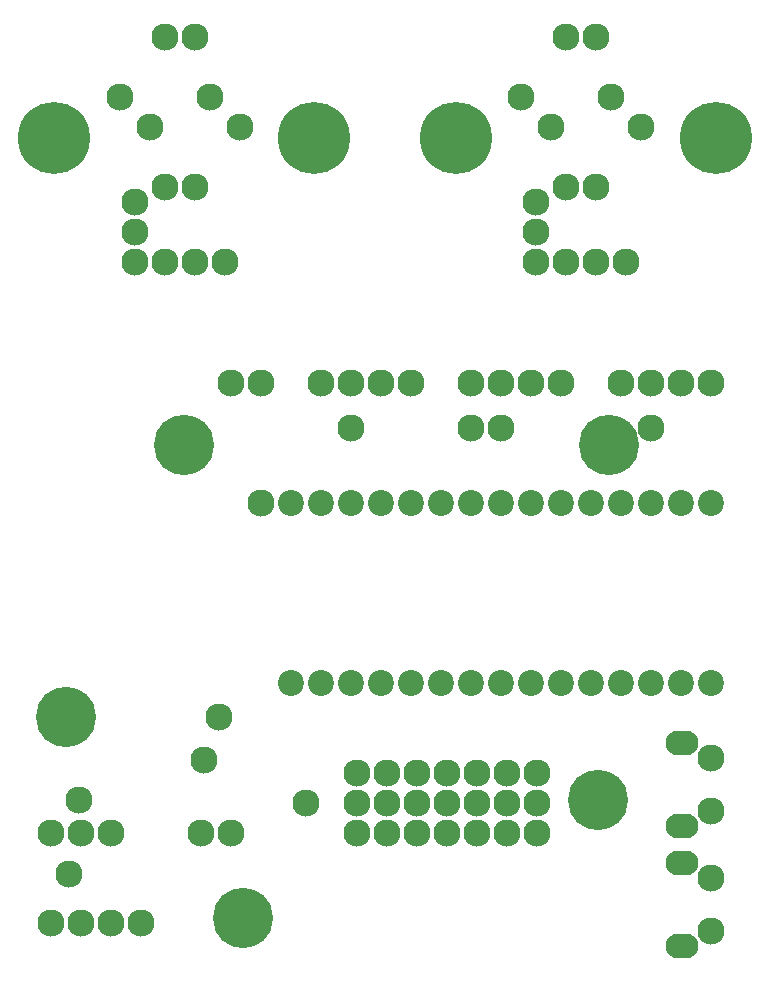
<source format=gbr>
%TF.GenerationSoftware,KiCad,Pcbnew,(5.1.6)-1*%
%TF.CreationDate,2022-09-23T08:04:56-05:00*%
%TF.ProjectId,combined,636f6d62-696e-4656-942e-6b696361645f,rev?*%
%TF.SameCoordinates,Original*%
%TF.FileFunction,Soldermask,Top*%
%TF.FilePolarity,Negative*%
%FSLAX46Y46*%
G04 Gerber Fmt 4.6, Leading zero omitted, Abs format (unit mm)*
G04 Created by KiCad (PCBNEW (5.1.6)-1) date 2022-09-23 08:04:56*
%MOMM*%
%LPD*%
G01*
G04 APERTURE LIST*
%ADD10C,2.300000*%
%ADD11C,2.200000*%
%ADD12C,2.100000*%
%ADD13C,6.100000*%
%ADD14C,5.100000*%
G04 APERTURE END LIST*
D10*
%TO.C,D2*%
X49890000Y66890000D03*
X47350000Y66890000D03*
%TD*%
%TO.C,R2*%
X51160000Y74510000D03*
X43540000Y74510000D03*
%TD*%
%TO.C,D1*%
X47350000Y79590000D03*
X49890000Y79590000D03*
%TD*%
%TO.C,J1*%
X52430000Y60540000D03*
X49890000Y60540000D03*
X47350000Y60540000D03*
X44810000Y60540000D03*
%TD*%
%TO.C,R1*%
X53700000Y71970000D03*
X46080000Y71970000D03*
%TD*%
%TO.C,C1*%
X44810000Y63080000D03*
X44810000Y65620000D03*
%TD*%
%TO.C,D1*%
X15890000Y79590000D03*
X13350000Y79590000D03*
%TD*%
%TO.C,C1*%
X10810000Y65620000D03*
X10810000Y63080000D03*
%TD*%
%TO.C,J1*%
X10810000Y60540000D03*
X13350000Y60540000D03*
X15890000Y60540000D03*
X18430000Y60540000D03*
%TD*%
%TO.C,D2*%
X13350000Y66890000D03*
X15890000Y66890000D03*
%TD*%
%TO.C,R2*%
X9540000Y74510000D03*
X17160000Y74510000D03*
%TD*%
%TO.C,R1*%
X12080000Y71970000D03*
X19700000Y71970000D03*
%TD*%
D11*
%TO.C,U1*%
X24070000Y40090000D03*
X26610000Y40090000D03*
X29150000Y40090000D03*
X31690000Y40090000D03*
X34230000Y40090000D03*
X36770000Y40090000D03*
X39310000Y40090000D03*
X41850000Y40090000D03*
X44390000Y40090000D03*
X46930000Y40090000D03*
X49470000Y40090000D03*
X52010000Y40090000D03*
X54550000Y40090000D03*
X57090000Y40090000D03*
X59630000Y40090000D03*
X59630000Y24850000D03*
X57090000Y24850000D03*
X54550000Y24850000D03*
X52010000Y24850000D03*
X49470000Y24850000D03*
X46930000Y24850000D03*
X44390000Y24850000D03*
X41850000Y24850000D03*
X39310000Y24850000D03*
X36770000Y24850000D03*
X34230000Y24850000D03*
X31690000Y24850000D03*
X29150000Y24850000D03*
X26610000Y24850000D03*
X24070000Y24850000D03*
%TD*%
D10*
%TO.C,J5*%
X29620000Y12150000D03*
X29620000Y14690000D03*
X29620000Y17230000D03*
%TD*%
%TO.C,J2*%
X34230000Y50250000D03*
X31690000Y50250000D03*
X29150000Y50250000D03*
X26610000Y50250000D03*
%TD*%
%TO.C,J14*%
X16450000Y12150000D03*
X18990000Y12150000D03*
%TD*%
%TO.C,J13*%
X11370000Y4530000D03*
X8830000Y4530000D03*
X6290000Y4530000D03*
X3750000Y4530000D03*
%TD*%
%TO.C,J12*%
X3750000Y12150000D03*
X6290000Y12150000D03*
X8830000Y12150000D03*
%TD*%
%TO.C,J9*%
X39780000Y12150000D03*
X39780000Y14690000D03*
X39780000Y17230000D03*
%TD*%
%TO.C,J1*%
X18990000Y50250000D03*
X21530000Y50250000D03*
%TD*%
D12*
%TO.C,SW1*%
X57440000Y2580000D03*
D10*
X59630000Y3840000D03*
X59630000Y8340000D03*
D12*
X57440000Y9590000D03*
X56840000Y2580000D03*
X56840000Y9590000D03*
%TD*%
D10*
%TO.C,J10*%
X42320000Y17230000D03*
X42320000Y14690000D03*
X42320000Y12150000D03*
%TD*%
D12*
%TO.C,SW2*%
X56840000Y19750000D03*
X56840000Y12740000D03*
X57440000Y19750000D03*
D10*
X59630000Y18500000D03*
X59630000Y14000000D03*
D12*
X57440000Y12740000D03*
%TD*%
D10*
%TO.C,J8*%
X37240000Y17230000D03*
X37240000Y14690000D03*
X37240000Y12150000D03*
%TD*%
%TO.C,J6*%
X32160000Y17230000D03*
X32160000Y14690000D03*
X32160000Y12150000D03*
%TD*%
%TO.C,J3*%
X39310000Y50250000D03*
X41850000Y50250000D03*
X44390000Y50250000D03*
X46930000Y50250000D03*
%TD*%
%TO.C,J11*%
X44860000Y17230000D03*
X44860000Y14690000D03*
X44860000Y12150000D03*
%TD*%
%TO.C,J7*%
X34700000Y12150000D03*
X34700000Y14690000D03*
X34700000Y17230000D03*
%TD*%
%TO.C,J4*%
X59630000Y50250000D03*
X57090000Y50250000D03*
X54550000Y50250000D03*
X52010000Y50250000D03*
%TD*%
D13*
X4000000Y71000000D03*
X26000000Y71000000D03*
X60000000Y71000000D03*
X38000000Y71000000D03*
D14*
X15000000Y45000000D03*
X20000000Y5000000D03*
X5000000Y22000000D03*
X50000000Y15000000D03*
X51000000Y45000000D03*
D10*
X25340000Y14690000D03*
X21530000Y40090000D03*
X41850000Y46440000D03*
X54550000Y46440000D03*
X29150000Y46440000D03*
X39310000Y46440000D03*
X6100000Y15000000D03*
X17900000Y22000000D03*
X16704000Y18373000D03*
X5274000Y8657500D03*
M02*

</source>
